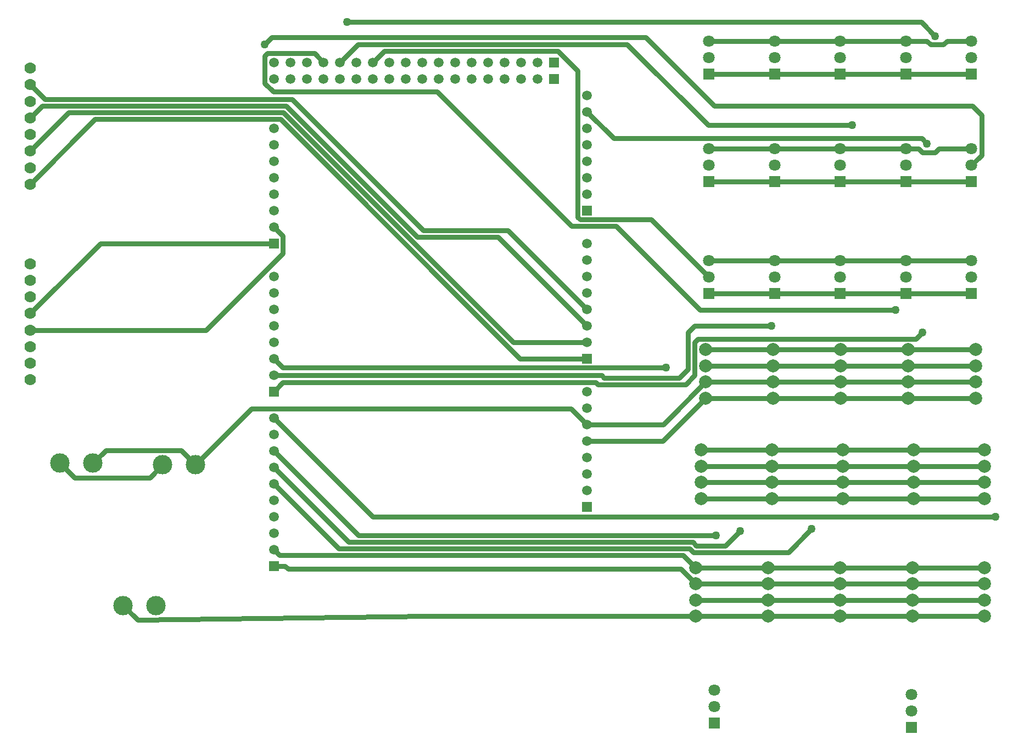
<source format=gbl>
G04*
G04 #@! TF.GenerationSoftware,Altium Limited,CircuitMaker, ()*
G04*
G04 Layer_Physical_Order=2*
G04 Layer_Color=11436288*
%FSLAX25Y25*%
%MOIN*%
G70*
G04*
G04 #@! TF.SameCoordinates,C26F3102-9BEA-4C27-960F-8064AF7766A3*
G04*
G04*
G04 #@! TF.FilePolarity,Positive*
G04*
G01*
G75*
%ADD23C,0.03000*%
%ADD24C,0.05905*%
%ADD25R,0.05905X0.05905*%
%ADD26R,0.05905X0.05905*%
%ADD27C,0.07000*%
%ADD28C,0.11811*%
%ADD29R,0.07087X0.07087*%
%ADD30C,0.07087*%
%ADD31C,0.07874*%
%ADD32C,0.05000*%
D23*
X381900Y243950D02*
X544500D01*
X205900Y241600D02*
X381900Y243950D01*
X197000Y250500D02*
X205900Y241600D01*
X524550Y350500D02*
X550500Y376450D01*
X478500Y350500D02*
X524550D01*
X232100Y344900D02*
X241000Y336000D01*
X186400Y344900D02*
X232100D01*
X178500Y337000D02*
X186400Y344900D01*
X543700Y420500D02*
X590400D01*
X539700Y416500D02*
X543700Y420500D01*
X539700Y394100D02*
Y416500D01*
X534500Y388900D02*
X539700Y394100D01*
X489006Y388900D02*
X534500D01*
X487406Y390500D02*
X489006Y388900D01*
X288500Y390500D02*
X487406D01*
X678200Y412500D02*
X682200Y416500D01*
X546000Y412500D02*
X678200D01*
X544000Y410500D02*
X546000Y412500D01*
X544000Y390400D02*
Y410500D01*
X538500Y384900D02*
X544000Y390400D01*
X485053Y384900D02*
X538500D01*
X484000Y385953D02*
X485053Y384900D01*
X293953Y385953D02*
X484000D01*
X288500Y380500D02*
X293953Y385953D01*
X348500Y304500D02*
X726500D01*
X288500Y364500D02*
X348500Y304500D01*
X562500Y286900D02*
X571400Y295800D01*
X545000Y286900D02*
X562500D01*
X542900Y289000D02*
X545000Y286900D01*
X334000Y289000D02*
X542900D01*
X288500Y334500D02*
X334000Y289000D01*
X288500Y324500D02*
X328000Y285000D01*
X541000D01*
X543100Y282900D01*
X600700D01*
X614800Y297000D01*
X712000Y518000D02*
X718100Y524100D01*
Y548500D01*
X712500Y554100D02*
X718100Y548500D01*
X555841Y554100D02*
X712500D01*
X514341Y595600D02*
X555841Y554100D01*
X287100Y595600D02*
X514341D01*
X283000Y591500D02*
X287100Y595600D01*
X348500Y580500D02*
X355500Y587500D01*
X461000D01*
X473000Y575500D01*
Y486500D02*
Y575500D01*
Y486500D02*
X474453Y485047D01*
X517453D01*
X552500Y450000D01*
X552100Y542400D02*
X639600D01*
X503000Y591500D02*
X552100Y542400D01*
X339500Y591500D02*
X503000D01*
X328500Y580500D02*
X339500Y591500D01*
X547100Y430200D02*
X666000D01*
X496253Y481047D02*
X547100Y430200D01*
X469047Y481047D02*
X496253D01*
X387459Y562635D02*
X469047Y481047D01*
X288108Y562635D02*
X387459D01*
X283000Y567743D02*
X288108Y562635D01*
X283000Y567743D02*
Y584500D01*
X284453Y585953D01*
X313047D01*
X318500Y580500D01*
X681400Y605000D02*
X690000Y596400D01*
X333000Y605000D02*
X681400D01*
X140500Y427929D02*
X183071Y470500D01*
X288500D01*
Y480500D02*
X294000Y475000D01*
Y464500D02*
Y475000D01*
X247360Y417860D02*
X294000Y464500D01*
X140500Y417860D02*
X247360D01*
X158500Y337000D02*
X167400Y328100D01*
X213100D01*
X221000Y336000D01*
X438000Y400500D02*
X478500D01*
X292500Y546000D02*
X438000Y400500D01*
X179996Y546000D02*
X292500D01*
X140500Y506504D02*
X179996Y546000D01*
X433800Y410500D02*
X478500D01*
X294300Y550000D02*
X433800Y410500D01*
X163853Y550000D02*
X294300D01*
X140500Y526647D02*
X163853Y550000D01*
X140500Y546787D02*
X147713Y554000D01*
X295957D01*
X375457Y474500D01*
X424500D01*
X478500Y420500D01*
X430500Y478500D02*
X478500Y430500D01*
X379114Y478500D02*
X430500D01*
X299614Y558000D02*
X379114Y478500D01*
X149429Y558000D02*
X299614D01*
X140500Y566929D02*
X149429Y558000D01*
X681700Y534300D02*
X685000Y531000D01*
X494700Y534300D02*
X681700D01*
X478500Y550500D02*
X494700Y534300D01*
X288500Y284500D02*
X292000Y281000D01*
X537000D01*
X544500Y273500D01*
X340000Y293000D02*
X556900D01*
X288500Y344500D02*
X340000Y293000D01*
X692080Y528000D02*
X712000D01*
X690000Y525920D02*
X692080Y528000D01*
X682080Y525920D02*
X690000D01*
X680000Y528000D02*
X682080Y525920D01*
X672125Y528000D02*
X680000D01*
X697135Y593500D02*
X712000D01*
X694979Y591344D02*
X697135Y593500D01*
X687135Y591344D02*
X694979D01*
X684979Y593500D02*
X687135Y591344D01*
X672125Y593500D02*
X684979D01*
X294000Y395000D02*
X526600D01*
X288500Y400500D02*
X294000Y395000D01*
X478500Y360500D02*
X524700D01*
X550500Y386300D01*
X241000Y336000D02*
X275000Y370000D01*
X469000D01*
X478500Y360500D01*
X288500Y274500D02*
X295200D01*
X297100Y272600D01*
X535550D01*
X544500Y263650D01*
Y243950D02*
X588375D01*
X676125D02*
X720000D01*
X588375D02*
X632250D01*
X676125D01*
X672125Y440000D02*
X712000D01*
X632250D02*
X672125D01*
X552500D02*
X592375D01*
X632250D01*
X673500Y376450D02*
X714500D01*
X632500D02*
X673500D01*
X550500D02*
X591500D01*
X632500D01*
X677000Y315450D02*
X720000D01*
X634000D02*
X677000D01*
X591000D02*
X634000D01*
X548000D02*
X591000D01*
X552500Y573500D02*
X592375D01*
X672125D02*
X712000D01*
X592375D02*
X632250D01*
X672125D01*
X592375Y508000D02*
X632250D01*
X552500D02*
X592375D01*
X632250D02*
X672125D01*
X712000D01*
X592375Y460000D02*
X632250D01*
X552500D02*
X592375D01*
X632250D02*
X672125D01*
X712000D01*
X552500Y593500D02*
X592375D01*
X632250D01*
X672125D01*
X592375Y528000D02*
X632250D01*
X552500D02*
X592375D01*
X632250D02*
X672125D01*
X673500Y386300D02*
X714500D01*
X632500D02*
X673500D01*
X591500D02*
X632500D01*
X550500D02*
X591500D01*
X676125Y253800D02*
X720000D01*
X632250D02*
X676125D01*
X544500D02*
X588375D01*
X632250D01*
X548000Y325300D02*
X591000D01*
X677000D02*
X720000D01*
X591000D02*
X634000D01*
X677000D01*
X550500Y396150D02*
X591500D01*
X673500D02*
X714500D01*
X591500D02*
X632500D01*
X673500D01*
X676125Y263650D02*
X720000D01*
X632250D02*
X676125D01*
X588375D02*
X632250D01*
X544500D02*
X588375D01*
X677000Y335150D02*
X720000D01*
X634000D02*
X677000D01*
X548000D02*
X591000D01*
X634000D01*
X550500Y406000D02*
X591500D01*
X673500D02*
X714500D01*
X591500D02*
X632500D01*
X673500D01*
X676125Y273500D02*
X720000D01*
X632250D02*
X676125D01*
X588375D02*
X632250D01*
X544500D02*
X588375D01*
X677000Y345000D02*
X720000D01*
X634000D02*
X677000D01*
X548000D02*
X591000D01*
X634000D01*
D24*
X288500Y570500D02*
D03*
X298500D02*
D03*
X308500D02*
D03*
X288500Y580500D02*
D03*
X298500D02*
D03*
X308500D02*
D03*
X318500Y570500D02*
D03*
X328500D02*
D03*
X338500D02*
D03*
X348500D02*
D03*
X358500D02*
D03*
X368500D02*
D03*
X378500D02*
D03*
X318500Y580500D02*
D03*
X328500D02*
D03*
X338500D02*
D03*
X348500D02*
D03*
X358500D02*
D03*
X368500D02*
D03*
X378500D02*
D03*
X448500D02*
D03*
X438500D02*
D03*
X428500D02*
D03*
X418500D02*
D03*
X408500D02*
D03*
X398500D02*
D03*
X388500D02*
D03*
X448500Y570500D02*
D03*
X438500D02*
D03*
X428500D02*
D03*
X418500D02*
D03*
X408500D02*
D03*
X398500D02*
D03*
X388500D02*
D03*
X288500Y540500D02*
D03*
Y530500D02*
D03*
Y520500D02*
D03*
Y510500D02*
D03*
Y500500D02*
D03*
Y490500D02*
D03*
Y480500D02*
D03*
X478500Y500500D02*
D03*
Y510500D02*
D03*
Y520500D02*
D03*
Y530500D02*
D03*
Y540500D02*
D03*
Y550500D02*
D03*
Y560500D02*
D03*
Y470500D02*
D03*
Y460500D02*
D03*
Y380500D02*
D03*
Y370500D02*
D03*
Y320500D02*
D03*
Y330500D02*
D03*
Y340500D02*
D03*
Y350500D02*
D03*
Y360500D02*
D03*
Y450500D02*
D03*
Y440500D02*
D03*
Y430500D02*
D03*
Y420500D02*
D03*
Y410500D02*
D03*
X288500Y450500D02*
D03*
Y440500D02*
D03*
Y390500D02*
D03*
Y400500D02*
D03*
Y410500D02*
D03*
Y420500D02*
D03*
Y430500D02*
D03*
Y364500D02*
D03*
Y354500D02*
D03*
Y344500D02*
D03*
Y334500D02*
D03*
Y284500D02*
D03*
Y294500D02*
D03*
Y304500D02*
D03*
Y314500D02*
D03*
Y324500D02*
D03*
D25*
X458500Y580500D02*
D03*
Y570500D02*
D03*
D26*
X288500Y470500D02*
D03*
X478500Y490500D02*
D03*
Y310500D02*
D03*
Y400500D02*
D03*
X288500Y380500D02*
D03*
Y274500D02*
D03*
D27*
X140500Y417860D02*
D03*
Y407789D02*
D03*
Y397717D02*
D03*
Y387646D02*
D03*
Y458142D02*
D03*
Y448071D02*
D03*
Y438000D02*
D03*
Y427929D02*
D03*
Y546787D02*
D03*
Y556858D02*
D03*
Y566929D02*
D03*
Y577000D02*
D03*
Y506504D02*
D03*
Y516575D02*
D03*
Y526647D02*
D03*
Y536718D02*
D03*
D28*
X217000Y250500D02*
D03*
X197000D02*
D03*
X178500Y337000D02*
D03*
X158500D02*
D03*
X241000Y336000D02*
D03*
X221000D02*
D03*
D29*
X556000Y179000D02*
D03*
X552500Y440000D02*
D03*
Y508000D02*
D03*
Y573500D02*
D03*
X592375Y440000D02*
D03*
Y508000D02*
D03*
Y573500D02*
D03*
X632250Y440000D02*
D03*
Y508000D02*
D03*
Y573500D02*
D03*
X712000Y440000D02*
D03*
Y508000D02*
D03*
Y573500D02*
D03*
X675500Y176500D02*
D03*
X672125Y440000D02*
D03*
Y508000D02*
D03*
Y573500D02*
D03*
D30*
X556000Y189000D02*
D03*
Y199000D02*
D03*
X552500Y460000D02*
D03*
Y450000D02*
D03*
Y528000D02*
D03*
Y518000D02*
D03*
Y593500D02*
D03*
Y583500D02*
D03*
X592375Y460000D02*
D03*
Y450000D02*
D03*
Y528000D02*
D03*
Y518000D02*
D03*
Y593500D02*
D03*
Y583500D02*
D03*
X632250Y460000D02*
D03*
Y450000D02*
D03*
Y528000D02*
D03*
Y518000D02*
D03*
Y593500D02*
D03*
Y583500D02*
D03*
X712000Y460000D02*
D03*
Y450000D02*
D03*
Y528000D02*
D03*
Y518000D02*
D03*
Y593500D02*
D03*
Y583500D02*
D03*
X675500Y186500D02*
D03*
Y196500D02*
D03*
X672125Y460000D02*
D03*
Y450000D02*
D03*
Y528000D02*
D03*
Y518000D02*
D03*
Y593500D02*
D03*
Y583500D02*
D03*
D31*
X588375Y273500D02*
D03*
Y263650D02*
D03*
Y253800D02*
D03*
Y243950D02*
D03*
X591000Y345000D02*
D03*
Y335150D02*
D03*
Y325300D02*
D03*
Y315450D02*
D03*
X591500Y406000D02*
D03*
Y396150D02*
D03*
Y386300D02*
D03*
Y376450D02*
D03*
X632250Y273500D02*
D03*
Y263650D02*
D03*
Y253800D02*
D03*
Y243950D02*
D03*
X634000Y345000D02*
D03*
Y335150D02*
D03*
Y325300D02*
D03*
Y315450D02*
D03*
X632500Y406000D02*
D03*
Y396150D02*
D03*
Y386300D02*
D03*
Y376450D02*
D03*
X720000Y273500D02*
D03*
Y263650D02*
D03*
Y253800D02*
D03*
Y243950D02*
D03*
Y345000D02*
D03*
Y335150D02*
D03*
Y325300D02*
D03*
Y315450D02*
D03*
X714500Y406000D02*
D03*
Y396150D02*
D03*
Y386300D02*
D03*
Y376450D02*
D03*
X544500Y273500D02*
D03*
Y263650D02*
D03*
Y253800D02*
D03*
Y243950D02*
D03*
X548000Y345000D02*
D03*
Y335150D02*
D03*
Y325300D02*
D03*
Y315450D02*
D03*
X550500Y406000D02*
D03*
Y396150D02*
D03*
Y386300D02*
D03*
Y376450D02*
D03*
X676125Y273500D02*
D03*
Y263650D02*
D03*
Y253800D02*
D03*
Y243950D02*
D03*
X677000Y345000D02*
D03*
Y335150D02*
D03*
Y325300D02*
D03*
Y315450D02*
D03*
X673500Y406000D02*
D03*
Y396150D02*
D03*
Y386300D02*
D03*
Y376450D02*
D03*
D32*
X590400Y420500D02*
D03*
X682200Y416500D02*
D03*
X726500Y304500D02*
D03*
X571400Y295800D02*
D03*
X614800Y297000D02*
D03*
X283000Y591500D02*
D03*
X639600Y542400D02*
D03*
X666000Y430200D02*
D03*
X690000Y596400D02*
D03*
X333000Y605000D02*
D03*
X685000Y531000D02*
D03*
X556900Y293000D02*
D03*
X526600Y395000D02*
D03*
M02*

</source>
